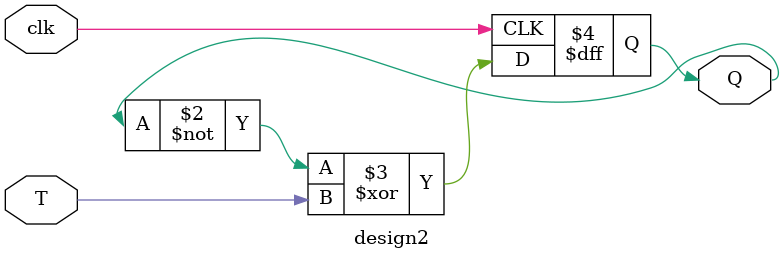
<source format=v>
module design2(
    input clk,
    input T,
    output reg Q
);

always @ (posedge clk) begin
    Q <= ~Q ^ T; // XOR current Q with T and assign to next Q
end

endmodule


</source>
